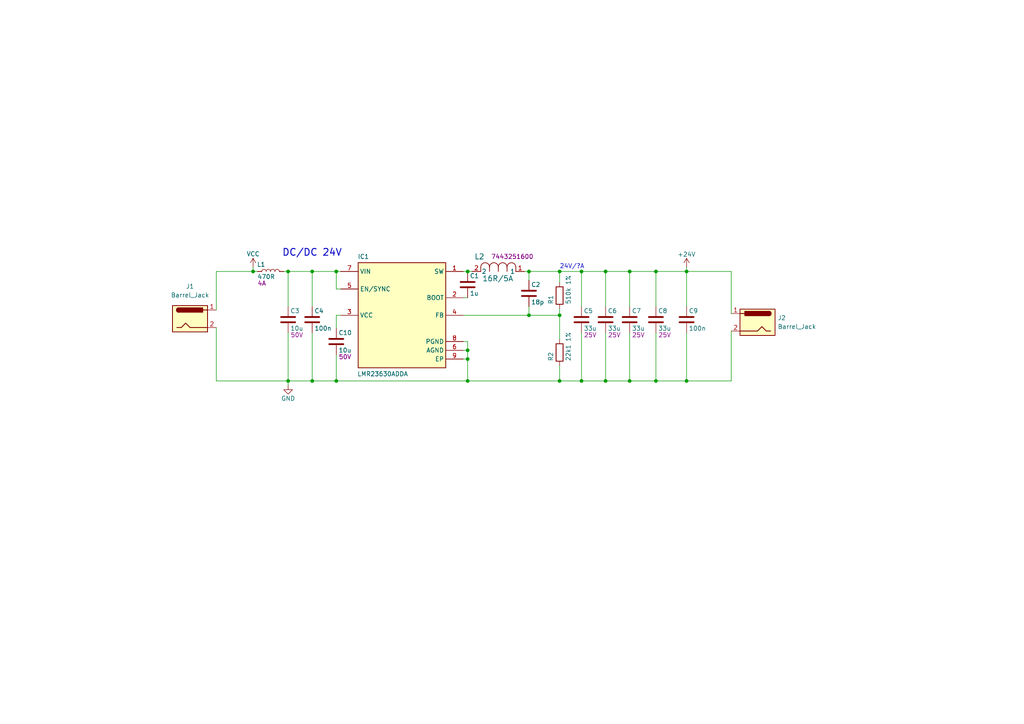
<source format=kicad_sch>
(kicad_sch (version 20211123) (generator eeschema)
  (paper "A4")
  (lib_symbols
    (symbol "Connector:Barrel_Jack" (pin_names (offset 1.016))
      (property "Reference" "J" (at 0 5.334 0))
      (property "Value" "Barrel_Jack" (at 0 -5.08 0))
      (symbol "Barrel_Jack_0_1"
        (rectangle (start -5.08 3.81) (end 5.08 -3.81) (stroke (width 0.254)) (fill (type background)))
        (arc (start -3.302 3.175) (mid -3.937 2.54) (end -3.302 1.905) (stroke (width 0.254)))
        (arc (start -3.302 3.175) (mid -3.937 2.54) (end -3.302 1.905) (stroke (width 0.254)) (fill (type outline)))
        (polyline (pts (xy 5.08 2.54) (xy 3.81 2.54)) (stroke (width 0.254)))
        (polyline (pts (xy -3.81 -2.54) (xy -2.54 -2.54) (xy -1.27 -1.27) (xy 0 -2.54) (xy 2.54 -2.54) (xy 5.08 -2.54)) (stroke (width 0.254)))
        (rectangle (start 3.683 3.175) (end -3.302 1.905) (stroke (width 0.254)) (fill (type outline)))
      )
      (symbol "Barrel_Jack_1_1"
        (pin passive line (at 7.62 2.54 180) (length 2.54) (name "~") (number "1"))
        (pin passive line (at 7.62 -2.54 180) (length 2.54) (name "~") (number "2"))
      )
    )
    (symbol "CustomSymbols:7443251600" (pin_names (offset 0.254))
      (property "Reference" "L?" (at 1.905 4.445 0))
      (property "Value" "7443251600" (at 12.065 4.445 0))
      (symbol "7443251600_1_1"
        (polyline (pts (xy 2.54 0) (xy 2.54 1.27)) (stroke (width 0.2032)))
        (polyline (pts (xy 5.08 0) (xy 5.08 1.27)) (stroke (width 0.2032)))
        (polyline (pts (xy 7.62 0) (xy 7.62 1.27)) (stroke (width 0.2032)))
        (polyline (pts (xy 10.16 0) (xy 10.16 1.27)) (stroke (width 0.2032)))
        (polyline (pts (xy 12.7 0) (xy 12.7 1.27)) (stroke (width 0.2032)))
        (arc (start 5.08 1.27) (mid 3.81 2.54) (end 2.54 1.27) (stroke (width 0.2032)))
        (arc (start 7.62 1.27) (mid 6.35 2.54) (end 5.08 1.27) (stroke (width 0.2032)))
        (arc (start 10.16 1.27) (mid 8.89 2.54) (end 7.62 1.27) (stroke (width 0.2032)))
        (arc (start 12.7 1.27) (mid 11.43 2.54) (end 10.16 1.27) (stroke (width 0.2032)))
        (pin unspecified line (at 15.24 0 180) (length 2.54) (name "1") (number "1"))
        (pin unspecified line (at 0 0 0) (length 2.54) (name "2") (number "2"))
      )
      (symbol "7443251600_1_2"
        (arc (start -1.27 5.08) (mid -2.54 3.81) (end -1.27 2.54) (stroke (width 0.2032)))
        (arc (start -1.27 7.62) (mid -2.54 6.35) (end -1.27 5.08) (stroke (width 0.2032)))
        (arc (start -1.27 10.16) (mid -2.54 8.89) (end -1.27 7.62) (stroke (width 0.2032)))
        (arc (start -1.27 12.7) (mid -2.54 11.43) (end -1.27 10.16) (stroke (width 0.2032)))
        (polyline (pts (xy 0 2.54) (xy -1.27 2.54)) (stroke (width 0.2032)))
        (polyline (pts (xy 0 5.08) (xy -1.27 5.08)) (stroke (width 0.2032)))
        (polyline (pts (xy 0 7.62) (xy -1.27 7.62)) (stroke (width 0.2032)))
        (polyline (pts (xy 0 10.16) (xy -1.27 10.16)) (stroke (width 0.2032)))
        (polyline (pts (xy 0 12.7) (xy -1.27 12.7)) (stroke (width 0.2032)))
        (pin unspecified line (at 0 15.24 270) (length 2.54) (name "1") (number "1"))
        (pin unspecified line (at 0 0 90) (length 2.54) (name "2") (number "2"))
      )
    )
    (symbol "Device:C" (pin_numbers hide) (pin_names (offset 0.254))
      (property "Reference" "C" (at 0.635 2.54 0))
      (property "Value" "C" (at 0.635 -2.54 0))
      (symbol "C_0_1"
        (polyline (pts (xy -2.032 -0.762) (xy 2.032 -0.762)) (stroke (width 0.508)))
        (polyline (pts (xy -2.032 0.762) (xy 2.032 0.762)) (stroke (width 0.508)))
      )
      (symbol "C_1_1"
        (pin passive line (at 0 3.81 270) (length 2.794) (name "~") (number "1"))
        (pin passive line (at 0 -3.81 90) (length 2.794) (name "~") (number "2"))
      )
    )
    (symbol "Device:L" (pin_numbers hide) (pin_names (offset 1.016) hide)
      (property "Reference" "L" (at -1.27 0 90))
      (property "Value" "L" (at 1.905 0 90))
      (symbol "L_0_1"
        (arc (start 0 -2.54) (mid 0.635 -1.905) (end 0 -1.27))
        (arc (start 0 -1.27) (mid 0.635 -0.635) (end 0 0))
        (arc (start 0 0) (mid 0.635 0.635) (end 0 1.27))
        (arc (start 0 1.27) (mid 0.635 1.905) (end 0 2.54))
      )
      (symbol "L_1_1"
        (pin passive line (at 0 3.81 270) (length 1.27) (name "1") (number "1"))
        (pin passive line (at 0 -3.81 90) (length 1.27) (name "2") (number "2"))
      )
    )
    (symbol "Device:R" (pin_numbers hide) (pin_names (offset 0))
      (property "Reference" "R" (at 2.032 0 90))
      (property "Value" "R" (at 0 0 90))
      (symbol "R_0_1"
        (rectangle (start -1.016 -2.54) (end 1.016 2.54) (stroke (width 0.254)))
      )
      (symbol "R_1_1"
        (pin passive line (at 0 3.81 270) (length 1.27) (name "~") (number "1"))
        (pin passive line (at 0 -3.81 90) (length 1.27) (name "~") (number "2"))
      )
    )
    (symbol "LMR23630ADDA:LMR23630ADDA"
      (property "Reference" "?" (at 17.78 12.446 0))
      (property "Value" "LMR23630ADDA" (at 17.78 9.906 0))
      (property "Reference_1" "IC" (at 17.78 7.366 0))
      (property "Value_1" "LMR23630ADDA" (at 17.78 4.826 0))
      (symbol "LMR23630ADDA_1_1"
        (rectangle (start 5.08 2.54) (end 30.48 -27.94) (stroke (width 0.254)) (fill (type background)))
        (pin passive line (at 35.56 0 180) (length 5.08) (name "SW") (number "1"))
        (pin passive line (at 35.56 -7.62 180) (length 5.08) (name "BOOT") (number "2"))
        (pin passive line (at 0 -12.7 0) (length 5.08) (name "VCC") (number "3"))
        (pin passive line (at 35.56 -12.7 180) (length 5.08) (name "FB") (number "4"))
        (pin passive line (at 0 -5.08 0) (length 5.08) (name "EN/SYNC") (number "5"))
        (pin passive line (at 35.56 -22.86 180) (length 5.08) (name "AGND") (number "6"))
        (pin passive line (at 0 0 0) (length 5.08) (name "VIN") (number "7"))
        (pin passive line (at 35.56 -20.32 180) (length 5.08) (name "PGND") (number "8"))
        (pin passive line (at 35.56 -25.4 180) (length 5.08) (name "EP") (number "9"))
      )
    )
    (symbol "power:+24V" (power) (pin_names (offset 0))
      (property "Value" "+24V" (at 0 3.556 0))
      (symbol "+24V_0_1"
        (polyline (pts (xy -0.762 1.27) (xy 0 2.54)))
        (polyline (pts (xy 0 0) (xy 0 2.54)))
        (polyline (pts (xy 0 2.54) (xy 0.762 1.27)))
      )
      (symbol "+24V_1_1"
        (pin power_in line (at 0 0 90) (length 0) hide (name "+24V") (number "1"))
      )
    )
    (symbol "power:GND" (power) (pin_names (offset 0))
      (property "Value" "GND" (at 0 -3.81 0))
      (symbol "GND_0_1"
        (polyline (pts (xy 0 0) (xy 0 -1.27) (xy 1.27 -1.27) (xy 0 -2.54) (xy -1.27 -1.27) (xy 0 -1.27)))
      )
      (symbol "GND_1_1"
        (pin power_in line (at 0 0 270) (length 0) hide (name "GND") (number "1"))
      )
    )
    (symbol "power:VCC" (power) (pin_names (offset 0))
      (property "Value" "VCC" (at 0 3.81 0))
      (symbol "VCC_0_1"
        (polyline (pts (xy -0.762 1.27) (xy 0 2.54)))
        (polyline (pts (xy 0 0) (xy 0 2.54)))
        (polyline (pts (xy 0 2.54) (xy 0.762 1.27)))
      )
      (symbol "VCC_1_1"
        (pin power_in line (at 0 0 90) (length 0) hide (name "VCC") (number "1"))
      )
    )
  )
  (junction (at 190.246 110.49))
  (junction (at 135.636 110.49))
  (junction (at 162.306 110.49))
  (junction (at 153.416 91.44))
  (junction (at 175.641 78.74))
  (junction (at 83.566 78.74))
  (junction (at 199.136 78.74))
  (junction (at 168.656 110.49))
  (junction (at 182.626 78.74))
  (junction (at 90.551 78.74))
  (junction (at 97.536 78.74))
  (junction (at 83.566 110.49))
  (junction (at 190.246 78.74))
  (junction (at 135.636 101.6))
  (junction (at 162.306 91.44))
  (junction (at 135.636 78.74))
  (junction (at 168.656 78.74))
  (junction (at 90.551 110.49))
  (junction (at 73.406 78.74))
  (junction (at 135.636 104.14))
  (junction (at 162.306 78.74))
  (junction (at 97.536 110.49))
  (junction (at 153.416 78.74))
  (junction (at 199.136 110.49))
  (junction (at 175.641 110.49))
  (junction (at 182.626 110.49))
  (wire (pts (xy 90.551 78.74) (xy 97.536 78.74)))
  (wire (pts (xy 73.406 77.47) (xy 73.406 78.74)))
  (wire (pts (xy 62.738 94.996) (xy 62.738 110.49)))
  (wire (pts (xy 152.146 78.74) (xy 153.416 78.74)))
  (wire (pts (xy 135.636 78.74) (xy 136.906 78.74)))
  (wire (pts (xy 134.366 91.44) (xy 153.416 91.44)))
  (wire (pts (xy 182.626 110.49) (xy 190.246 110.49)))
  (wire (pts (xy 135.636 99.06) (xy 135.636 101.6)))
  (wire (pts (xy 135.636 101.6) (xy 135.636 104.14)))
  (wire (pts (xy 175.641 96.52) (xy 175.641 110.49)))
  (wire (pts (xy 98.806 91.44) (xy 97.536 91.44)))
  (wire (pts (xy 162.306 91.44) (xy 162.306 98.425)))
  (wire (pts (xy 97.536 91.44) (xy 97.536 95.25)))
  (wire (pts (xy 83.566 96.52) (xy 83.566 110.49)))
  (wire (pts (xy 168.656 110.49) (xy 162.306 110.49)))
  (wire (pts (xy 83.566 110.49) (xy 90.551 110.49)))
  (wire (pts (xy 168.656 78.74) (xy 162.306 78.74)))
  (wire (pts (xy 182.626 110.49) (xy 175.641 110.49)))
  (wire (pts (xy 153.416 88.9) (xy 153.416 91.44)))
  (wire (pts (xy 212.09 110.49) (xy 199.136 110.49)))
  (wire (pts (xy 90.551 96.52) (xy 90.551 110.49)))
  (wire (pts (xy 153.416 78.74) (xy 153.416 81.28)))
  (wire (pts (xy 134.366 99.06) (xy 135.636 99.06)))
  (wire (pts (xy 82.296 78.74) (xy 83.566 78.74)))
  (wire (pts (xy 97.536 102.87) (xy 97.536 110.49)))
  (wire (pts (xy 73.406 78.74) (xy 74.676 78.74)))
  (wire (pts (xy 83.566 110.49) (xy 83.566 111.76)))
  (wire (pts (xy 97.536 83.82) (xy 97.536 78.74)))
  (wire (pts (xy 175.641 78.74) (xy 168.656 78.74)))
  (wire (pts (xy 175.641 78.74) (xy 175.641 88.9)))
  (wire (pts (xy 83.566 78.74) (xy 83.566 88.9)))
  (wire (pts (xy 98.806 83.82) (xy 97.536 83.82)))
  (wire (pts (xy 134.366 86.36) (xy 135.636 86.36)))
  (wire (pts (xy 162.306 81.915) (xy 162.306 78.74)))
  (wire (pts (xy 97.536 78.74) (xy 98.806 78.74)))
  (wire (pts (xy 199.136 77.47) (xy 199.136 78.74)))
  (wire (pts (xy 162.306 78.74) (xy 153.416 78.74)))
  (wire (pts (xy 83.566 78.74) (xy 90.551 78.74)))
  (wire (pts (xy 175.641 110.49) (xy 168.656 110.49)))
  (wire (pts (xy 90.551 78.74) (xy 90.551 88.9)))
  (wire (pts (xy 134.366 78.74) (xy 135.636 78.74)))
  (wire (pts (xy 90.551 110.49) (xy 97.536 110.49)))
  (wire (pts (xy 182.626 96.52) (xy 182.626 110.49)))
  (wire (pts (xy 182.626 78.74) (xy 175.641 78.74)))
  (wire (pts (xy 162.306 106.045) (xy 162.306 110.49)))
  (wire (pts (xy 162.306 110.49) (xy 135.636 110.49)))
  (wire (pts (xy 212.09 90.932) (xy 212.09 78.74)))
  (wire (pts (xy 190.246 110.49) (xy 199.136 110.49)))
  (wire (pts (xy 62.738 110.49) (xy 83.566 110.49)))
  (wire (pts (xy 190.246 78.74) (xy 199.136 78.74)))
  (wire (pts (xy 162.306 89.535) (xy 162.306 91.44)))
  (wire (pts (xy 168.656 96.52) (xy 168.656 110.49)))
  (wire (pts (xy 190.246 96.52) (xy 190.246 110.49)))
  (wire (pts (xy 135.636 104.14) (xy 135.636 110.49)))
  (wire (pts (xy 62.738 78.74) (xy 73.406 78.74)))
  (wire (pts (xy 134.366 104.14) (xy 135.636 104.14)))
  (wire (pts (xy 182.626 78.74) (xy 190.246 78.74)))
  (wire (pts (xy 134.366 101.6) (xy 135.636 101.6)))
  (wire (pts (xy 199.136 96.52) (xy 199.136 110.49)))
  (wire (pts (xy 168.656 88.9) (xy 168.656 78.74)))
  (wire (pts (xy 190.246 88.9) (xy 190.246 78.74)))
  (wire (pts (xy 135.636 110.49) (xy 97.536 110.49)))
  (wire (pts (xy 153.416 91.44) (xy 162.306 91.44)))
  (wire (pts (xy 62.738 89.916) (xy 62.738 78.74)))
  (wire (pts (xy 182.626 88.9) (xy 182.626 78.74)))
  (wire (pts (xy 199.136 78.74) (xy 199.136 88.9)))
  (wire (pts (xy 212.09 96.012) (xy 212.09 110.49)))
  (wire (pts (xy 212.09 78.74) (xy 199.136 78.74)))
  (text "24V/?A" (at 162.306 78.105 0) (effects (font (size 1.27 1.27)) (justify left bottom)))
  (text "DC/DC 24V" (at 81.788 74.549 0) (effects (font (size 2 2) (thickness 0.254) bold) (justify left bottom)))
  (symbol (lib_id "Device:C") (at 175.641 92.71 0) (unit 1)
    (property "Reference" "C6" (at 176.276 90.17 0) (effects (justify left)))
    (property "Value" "33u" (at 176.276 95.2499 0) (effects (justify left)))
    (property "Footprint" "Capacitor_SMD:C_Elec_5x5.8" (effects hide))
    (property "Voltage" "25V" (at 178.181 97.155 0))
  )
  (symbol (lib_id "Device:R") (at 162.306 102.235 0) (unit 1)
    (property "Reference" "R2" (at 159.766 104.775 90) (effects (justify left)))
    (property "Value" "22k1 1%" (at 164.846 104.775 90) (effects (justify left)))
    (property "Footprint" "Resistor_SMD:R_2010_5025Metric_Pad1.40x2.65mm_HandSolder" (effects hide))
  )
  (symbol (lib_id "Device:C") (at 83.566 92.71 0) (unit 1)
    (property "Reference" "C3" (at 84.201 90.17 0) (effects (justify left)))
    (property "Value" "10u" (at 84.201 95.2499 0) (effects (justify left)))
    (property "Footprint" "Capacitor_SMD:C_Elec_6.3x5.4" (effects hide))
    (property "Voltage" "50V" (at 86.106 97.155 0))
  )
  (symbol (lib_id "CustomSymbols:7443251600") (at 136.906 78.74 0) (unit 1)
    (property "Reference" "L2" (at 139.065 74.422 0) (effects (font (size 1.524 1.524))))
    (property "Value" "16R/5A" (at 144.399 80.772 0) (effects (font (size 1.524 1.524))))
    (property "Footprint" "footprints:IND_1050-WE-HCI_WRE" (effects hide))
    (property "Datasheet" "7443251600" (effects hide))
    (property "Name" "7443251600" (at 148.59 74.422 0))
  )
  (symbol (lib_id "Device:C") (at 168.656 92.71 0) (unit 1)
    (property "Reference" "C5" (at 169.291 90.17 0) (effects (justify left)))
    (property "Value" "33u" (at 169.291 95.2499 0) (effects (justify left)))
    (property "Footprint" "Capacitor_SMD:C_Elec_5x5.8" (effects hide))
    (property "Voltage" "25V" (at 171.196 97.155 0))
  )
  (symbol (lib_id "LMR23630ADDA:LMR23630ADDA") (at 98.806 78.74 0) (unit 1)
    (property "Reference" "IC1" (at 105.41 74.422 0))
    (property "Value" "LMR23630ADDA" (at 110.998 108.458 0))
    (property "Footprint" "LMR23630ADDA:SOIC127P600X170-9N" (effects hide))
    (property "Reference_1" "IC" (effects hide))
    (property "Value_1" "LMR23630ADDA" (effects hide))
    (property "Footprint_1" "SOIC127P600X170-9N" (effects hide))
    (property "Datasheet_1" "http://www.ti.com/lit/gpn/LMR23630" (effects hide))
    (property "Height" "1.7" (effects hide))
    (property "Mouser Part Number" "595-LMR23630ADDA" (effects hide))
    (property "Mouser Price/Stock" "https://www.mouser.co.uk/ProductDetail/Texas-Instruments/LMR23630ADDA?qs=8%2FmU9qzJpL9oORP%252BF4DNxw%3D%3D" (effects hide))
    (property "Manufacturer_Name" "Texas Instruments" (effects hide))
    (property "Manufacturer_Part_Number" "LMR23630ADDA" (effects hide))
  )
  (symbol (lib_id "Device:C") (at 153.416 85.09 0) (unit 1)
    (property "Reference" "C2" (at 154.051 82.55 0) (effects (justify left)))
    (property "Value" "18p" (at 154.051 87.6299 0) (effects (justify left)))
    (property "Footprint" "Capacitor_SMD:C_0603_1608Metric_Pad1.08x0.95mm_HandSolder" (effects hide))
  )
  (symbol (lib_id "power:+24V") (at 199.136 77.47 0) (unit 1)
    (property "Reference" "#PWR0103" (effects hide))
    (property "Value" "+24V" (at 199.136 73.787 0))
  )
  (symbol (lib_id "Device:C") (at 90.551 92.71 0) (unit 1)
    (property "Reference" "C4" (at 91.186 90.17 0) (effects (justify left)))
    (property "Value" "100n" (at 91.186 95.2499 0) (effects (justify left)))
    (property "Footprint" "Capacitor_SMD:C_0402_1005Metric_Pad0.74x0.62mm_HandSolder" (effects hide))
  )
  (symbol (lib_id "Connector:Barrel_Jack") (at 55.118 92.456 0) (unit 1)
    (property "Reference" "J1" (at 55.118 83.058 0))
    (property "Value" "Barrel_Jack" (at 55.118 85.598 0))
    (property "Footprint" "Connector_BarrelJack:BarrelJack_CLIFF_FC681465S_SMT_Horizontal" (effects hide))
  )
  (symbol (lib_id "Device:C") (at 182.626 92.71 0) (unit 1)
    (property "Reference" "C7" (at 183.261 90.17 0) (effects (justify left)))
    (property "Value" "33u" (at 183.261 95.2499 0) (effects (justify left)))
    (property "Footprint" "Capacitor_SMD:C_Elec_5x5.8" (effects hide))
    (property "Voltage" "25V" (at 185.166 97.155 0))
  )
  (symbol (lib_id "power:VCC") (at 73.406 77.47 0) (unit 1)
    (property "Reference" "#PWR0102" (effects hide))
    (property "Value" "VCC" (at 73.406 73.66 0))
  )
  (symbol (lib_id "Device:C") (at 97.536 99.06 0) (unit 1)
    (property "Reference" "C10" (at 98.171 96.52 0) (effects (justify left)))
    (property "Value" "10u" (at 98.171 101.5999 0) (effects (justify left)))
    (property "Footprint" "Capacitor_SMD:C_Elec_5x5.8" (effects hide))
    (property "Voltage" "50V" (at 100.076 103.505 0))
  )
  (symbol (lib_id "Device:R") (at 162.306 85.725 0) (unit 1)
    (property "Reference" "R1" (at 159.766 88.265 90) (effects (justify left)))
    (property "Value" "510k 1%" (at 164.846 88.265 90) (effects (justify left)))
    (property "Footprint" "Resistor_SMD:R_1206_3216Metric_Pad1.30x1.75mm_HandSolder" (effects hide))
  )
  (symbol (lib_id "Device:C") (at 135.636 82.55 0) (unit 1)
    (property "Reference" "C1" (at 136.271 80.01 0) (effects (justify left)))
    (property "Value" "1u" (at 136.271 85.0899 0) (effects (justify left)))
    (property "Footprint" "Capacitor_SMD:C_0603_1608Metric_Pad1.08x0.95mm_HandSolder" (effects hide))
  )
  (symbol (lib_id "Device:L") (at 78.486 78.74 90) (unit 1)
    (property "Reference" "L1" (at 76.962 76.708 90) (effects (justify left)))
    (property "Value" "470R" (at 79.756 80.264 90) (effects (justify left)))
    (property "Footprint" "Inductor_SMD:L_6.3x6.3_H3" (effects hide))
    (property "Value2" "4A" (at 75.946 82.169 90))
  )
  (symbol (lib_id "power:GND") (at 83.566 111.76 0) (unit 1)
    (property "Reference" "#PWR0101" (effects hide))
    (property "Value" "GND" (at 83.566 115.57 0))
  )
  (symbol (lib_id "Device:C") (at 190.246 92.71 0) (unit 1)
    (property "Reference" "C8" (at 190.881 90.17 0) (effects (justify left)))
    (property "Value" "33u" (at 190.881 95.2499 0) (effects (justify left)))
    (property "Footprint" "Capacitor_SMD:C_Elec_5x5.8" (effects hide))
    (property "Voltage" "25V" (at 192.786 97.155 0))
  )
  (symbol (lib_id "Connector:Barrel_Jack") (at 219.71 93.472 0) (mirror y) (unit 1)
    (property "Reference" "J2" (at 225.552 92.2019 0) (effects (justify right)))
    (property "Value" "Barrel_Jack" (at 225.552 94.7419 0) (effects (justify right)))
    (property "Footprint" "Connector_BarrelJack:BarrelJack_CLIFF_FC681465S_SMT_Horizontal" (effects hide))
  )
  (symbol (lib_id "Device:C") (at 199.136 92.71 0) (unit 1)
    (property "Reference" "C9" (at 199.771 90.17 0) (effects (justify left)))
    (property "Value" "100n" (at 199.771 95.2499 0) (effects (justify left)))
    (property "Footprint" "Capacitor_SMD:C_Elec_5x5.8" (effects hide))
  )
)
</source>
